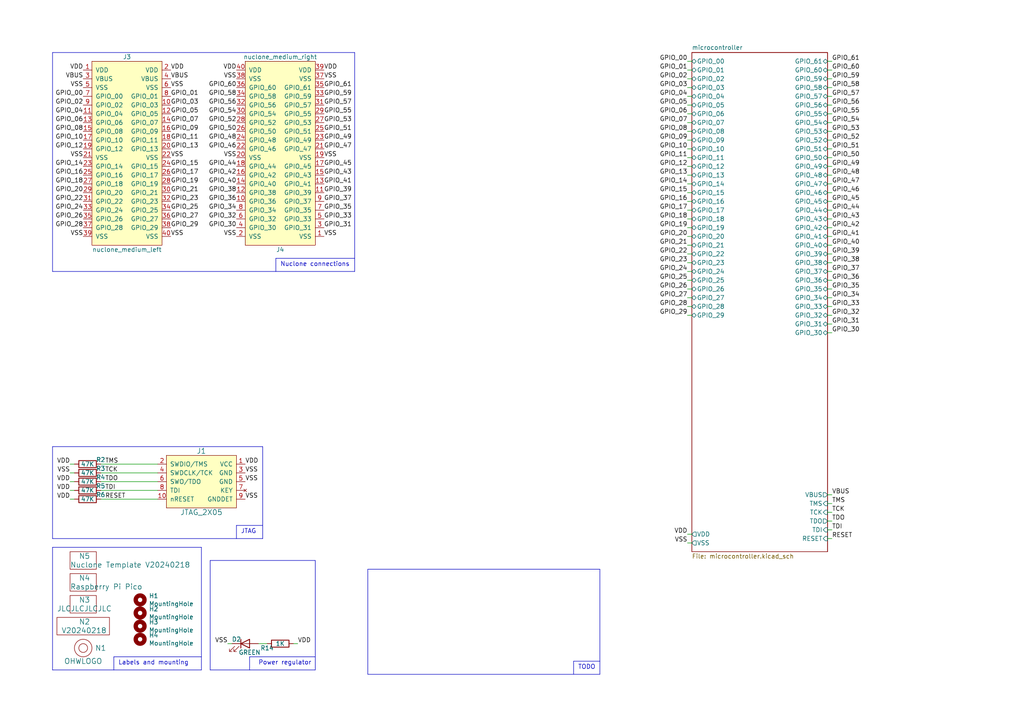
<source format=kicad_sch>
(kicad_sch (version 20230121) (generator eeschema)
  (paper "A4")
  (lib_symbols
    (symbol "Device:LED" (pin_numbers hide) (pin_names (offset 1.016) hide)
      (property "Reference" "D" (at 0 2.54 0))
      (property "Value" "LED" (at 0 -2.54 0))
      (symbol "LED_0_1"
        (polyline (pts (xy -1.27 -1.27) (xy -1.27 1.27)) (stroke (width 0.254)))
        (polyline (pts (xy -1.27 0) (xy 1.27 0)))
        (polyline (pts (xy 1.27 -1.27) (xy 1.27 1.27) (xy -1.27 0) (xy 1.27 -1.27)) (stroke (width 0.254)))
        (polyline (pts (xy -3.048 -0.762) (xy -4.572 -2.286) (xy -3.81 -2.286) (xy -4.572 -2.286) (xy -4.572 -1.524)))
        (polyline (pts (xy -1.778 -0.762) (xy -3.302 -2.286) (xy -2.54 -2.286) (xy -3.302 -2.286) (xy -3.302 -1.524)))
      )
      (symbol "LED_1_1"
        (pin passive line (at -3.81 0 0) (length 2.54) (name "K") (number "1"))
        (pin passive line (at 3.81 0 180) (length 2.54) (name "A") (number "2"))
      )
    )
    (symbol "Device:R" (pin_numbers hide) (pin_names (offset 0))
      (property "Reference" "R" (at 2.032 0 90))
      (property "Value" "R" (at 0 0 90))
      (symbol "R_0_1"
        (rectangle (start -1.016 -2.54) (end 1.016 2.54) (stroke (width 0.254)))
      )
      (symbol "R_1_1"
        (pin passive line (at 0 3.81 270) (length 1.27) (name "~") (number "1"))
        (pin passive line (at 0 -3.81 90) (length 1.27) (name "~") (number "2"))
      )
    )
    (symbol "Mechanical:MountingHole" (pin_names (offset 1.016))
      (property "Reference" "H" (at 0 5.08 0))
      (property "Value" "MountingHole" (at 0 3.175 0))
      (symbol "MountingHole_0_1"
        (circle (center 0 0) (radius 1.27) (stroke (width 1.27)))
      )
    )
    (symbol "SquantorConnectorsNamed:JTAG_2X05_IN" (pin_names (offset 1.016))
      (property "Reference" "J" (at 0 8.89 0))
      (property "Value" "JTAG_2X05_IN" (at 0 -8.89 0))
      (symbol "JTAG_2X05_IN_0_1"
        (rectangle (start -10.16 7.62) (end 10.16 -7.62) (fill (type background)))
      )
      (symbol "JTAG_2X05_IN_1_1"
        (pin power_in line (at 12.7 5.08 180) (length 2.54) (name "VCC") (number "1"))
        (pin open_collector line (at -12.7 -5.08 0) (length 2.54) (name "nRESET") (number "10"))
        (pin bidirectional line (at -12.7 5.08 0) (length 2.54) (name "SWDIO/TMS") (number "2"))
        (pin power_in line (at 12.7 2.54 180) (length 2.54) (name "GND") (number "3"))
        (pin output line (at -12.7 2.54 0) (length 2.54) (name "SWDCLK/TCK") (number "4"))
        (pin power_in line (at 12.7 0 180) (length 2.54) (name "GND") (number "5"))
        (pin output line (at -12.7 0 0) (length 2.54) (name "SWO/TDO") (number "6"))
        (pin no_connect line (at 12.7 -2.54 180) (length 2.54) (name "KEY") (number "7"))
        (pin input line (at -12.7 -2.54 0) (length 2.54) (name "TDI") (number "8"))
        (pin power_in line (at 12.7 -5.08 180) (length 2.54) (name "GNDDET") (number "9"))
      )
    )
    (symbol "SquantorConnectorsNamed:nuclone_medium_left" (pin_names (offset 1.016))
      (property "Reference" "J" (at 0 27.94 0))
      (property "Value" "nuclone_medium_left" (at 0 -27.94 0))
      (symbol "nuclone_medium_left_0_1"
        (rectangle (start -10.16 26.67) (end 10.16 -26.67) (fill (type background)))
      )
      (symbol "nuclone_medium_left_1_1"
        (pin power_in line (at -12.7 24.13 0) (length 2.54) (name "VDD") (number "1"))
        (pin bidirectional line (at 12.7 13.97 180) (length 2.54) (name "GPIO_03") (number "10"))
        (pin bidirectional line (at -12.7 11.43 0) (length 2.54) (name "GPIO_04") (number "11"))
        (pin bidirectional line (at 12.7 11.43 180) (length 2.54) (name "GPIO_05") (number "12"))
        (pin bidirectional line (at -12.7 8.89 0) (length 2.54) (name "GPIO_06") (number "13"))
        (pin bidirectional line (at 12.7 8.89 180) (length 2.54) (name "GPIO_07") (number "14"))
        (pin bidirectional line (at -12.7 6.35 0) (length 2.54) (name "GPIO_08") (number "15"))
        (pin bidirectional line (at 12.7 6.35 180) (length 2.54) (name "GPIO_09") (number "16"))
        (pin bidirectional line (at -12.7 3.81 0) (length 2.54) (name "GPIO_10") (number "17"))
        (pin bidirectional line (at 12.7 3.81 180) (length 2.54) (name "GPIO_11") (number "18"))
        (pin bidirectional line (at -12.7 1.27 0) (length 2.54) (name "GPIO_12") (number "19"))
        (pin power_in line (at 12.7 24.13 180) (length 2.54) (name "VDD") (number "2"))
        (pin bidirectional line (at 12.7 1.27 180) (length 2.54) (name "GPIO_13") (number "20"))
        (pin power_in line (at -12.7 -1.27 0) (length 2.54) (name "VSS") (number "21"))
        (pin power_in line (at 12.7 -1.27 180) (length 2.54) (name "VSS") (number "22"))
        (pin bidirectional line (at -12.7 -3.81 0) (length 2.54) (name "GPIO_14") (number "23"))
        (pin bidirectional line (at 12.7 -3.81 180) (length 2.54) (name "GPIO_15") (number "24"))
        (pin bidirectional line (at -12.7 -6.35 0) (length 2.54) (name "GPIO_16") (number "25"))
        (pin bidirectional line (at 12.7 -6.35 180) (length 2.54) (name "GPIO_17") (number "26"))
        (pin bidirectional line (at -12.7 -8.89 0) (length 2.54) (name "GPIO_18") (number "27"))
        (pin bidirectional line (at 12.7 -8.89 180) (length 2.54) (name "GPIO_19") (number "28"))
        (pin bidirectional line (at -12.7 -11.43 0) (length 2.54) (name "GPIO_20") (number "29"))
        (pin power_in line (at -12.7 21.59 0) (length 2.54) (name "VBUS") (number "3"))
        (pin bidirectional line (at 12.7 -11.43 180) (length 2.54) (name "GPIO_21") (number "30"))
        (pin bidirectional line (at -12.7 -13.97 0) (length 2.54) (name "GPIO_22") (number "31"))
        (pin bidirectional line (at 12.7 -13.97 180) (length 2.54) (name "GPIO_23") (number "32"))
        (pin bidirectional line (at -12.7 -16.51 0) (length 2.54) (name "GPIO_24") (number "33"))
        (pin bidirectional line (at 12.7 -16.51 180) (length 2.54) (name "GPIO_25") (number "34"))
        (pin bidirectional line (at -12.7 -19.05 0) (length 2.54) (name "GPIO_26") (number "35"))
        (pin bidirectional line (at 12.7 -19.05 180) (length 2.54) (name "GPIO_27") (number "36"))
        (pin bidirectional line (at -12.7 -21.59 0) (length 2.54) (name "GPIO_28") (number "37"))
        (pin bidirectional line (at 12.7 -21.59 180) (length 2.54) (name "GPIO_29") (number "38"))
        (pin power_in line (at -12.7 -24.13 0) (length 2.54) (name "VSS") (number "39"))
        (pin power_in line (at 12.7 21.59 180) (length 2.54) (name "VBUS") (number "4"))
        (pin power_in line (at 12.7 -24.13 180) (length 2.54) (name "VSS") (number "40"))
        (pin power_in line (at -12.7 19.05 0) (length 2.54) (name "VSS") (number "5"))
        (pin power_in line (at 12.7 19.05 180) (length 2.54) (name "VSS") (number "6"))
        (pin bidirectional line (at -12.7 16.51 0) (length 2.54) (name "GPIO_00") (number "7"))
        (pin bidirectional line (at 12.7 16.51 180) (length 2.54) (name "GPIO_01") (number "8"))
        (pin bidirectional line (at -12.7 13.97 0) (length 2.54) (name "GPIO_02") (number "9"))
      )
    )
    (symbol "SquantorConnectorsNamed:nuclone_medium_right" (pin_names (offset 1.016))
      (property "Reference" "J" (at 0 27.94 0))
      (property "Value" "nuclone_medium_right" (at 0 -27.94 0))
      (symbol "nuclone_medium_right_0_1"
        (rectangle (start 10.16 -26.67) (end -10.16 26.67) (fill (type background)))
      )
      (symbol "nuclone_medium_right_1_1"
        (pin power_in line (at 12.7 -24.13 180) (length 2.54) (name "VSS") (number "1"))
        (pin bidirectional line (at -12.7 -13.97 0) (length 2.54) (name "GPIO_36") (number "10"))
        (pin bidirectional line (at 12.7 -11.43 180) (length 2.54) (name "GPIO_39") (number "11"))
        (pin bidirectional line (at -12.7 -11.43 0) (length 2.54) (name "GPIO_38") (number "12"))
        (pin bidirectional line (at 12.7 -8.89 180) (length 2.54) (name "GPIO_41") (number "13"))
        (pin bidirectional line (at -12.7 -8.89 0) (length 2.54) (name "GPIO_40") (number "14"))
        (pin bidirectional line (at 12.7 -6.35 180) (length 2.54) (name "GPIO_43") (number "15"))
        (pin bidirectional line (at -12.7 -6.35 0) (length 2.54) (name "GPIO_42") (number "16"))
        (pin bidirectional line (at 12.7 -3.81 180) (length 2.54) (name "GPIO_45") (number "17"))
        (pin bidirectional line (at -12.7 -3.81 0) (length 2.54) (name "GPIO_44") (number "18"))
        (pin power_in line (at 12.7 -1.27 180) (length 2.54) (name "VSS") (number "19"))
        (pin power_in line (at -12.7 -24.13 0) (length 2.54) (name "VSS") (number "2"))
        (pin power_in line (at -12.7 -1.27 0) (length 2.54) (name "VSS") (number "20"))
        (pin bidirectional line (at 12.7 1.27 180) (length 2.54) (name "GPIO_47") (number "21"))
        (pin bidirectional line (at -12.7 1.27 0) (length 2.54) (name "GPIO_46") (number "22"))
        (pin bidirectional line (at 12.7 3.81 180) (length 2.54) (name "GPIO_49") (number "23"))
        (pin bidirectional line (at -12.7 3.81 0) (length 2.54) (name "GPIO_48") (number "24"))
        (pin bidirectional line (at 12.7 6.35 180) (length 2.54) (name "GPIO_51") (number "25"))
        (pin bidirectional line (at -12.7 6.35 0) (length 2.54) (name "GPIO_50") (number "26"))
        (pin bidirectional line (at 12.7 8.89 180) (length 2.54) (name "GPIO_53") (number "27"))
        (pin bidirectional line (at -12.7 8.89 0) (length 2.54) (name "GPIO_52") (number "28"))
        (pin bidirectional line (at 12.7 11.43 180) (length 2.54) (name "GPIO_55") (number "29"))
        (pin bidirectional line (at 12.7 -21.59 180) (length 2.54) (name "GPIO_31") (number "3"))
        (pin bidirectional line (at -12.7 11.43 0) (length 2.54) (name "GPIO_54") (number "30"))
        (pin bidirectional line (at 12.7 13.97 180) (length 2.54) (name "GPIO_57") (number "31"))
        (pin bidirectional line (at -12.7 13.97 0) (length 2.54) (name "GPIO_56") (number "32"))
        (pin bidirectional line (at 12.7 16.51 180) (length 2.54) (name "GPIO_59") (number "33"))
        (pin bidirectional line (at -12.7 16.51 0) (length 2.54) (name "GPIO_58") (number "34"))
        (pin bidirectional line (at 12.7 19.05 180) (length 2.54) (name "GPIO_61") (number "35"))
        (pin bidirectional line (at -12.7 19.05 0) (length 2.54) (name "GPIO_60") (number "36"))
        (pin power_in line (at 12.7 21.59 180) (length 2.54) (name "VSS") (number "37"))
        (pin power_in line (at -12.7 21.59 0) (length 2.54) (name "VSS") (number "38"))
        (pin power_in line (at 12.7 24.13 180) (length 2.54) (name "VDD") (number "39"))
        (pin bidirectional line (at -12.7 -21.59 0) (length 2.54) (name "GPIO_30") (number "4"))
        (pin power_in line (at -12.7 24.13 0) (length 2.54) (name "VDD") (number "40"))
        (pin bidirectional line (at 12.7 -19.05 180) (length 2.54) (name "GPIO_33") (number "5"))
        (pin bidirectional line (at -12.7 -19.05 0) (length 2.54) (name "GPIO_32") (number "6"))
        (pin bidirectional line (at 12.7 -16.51 180) (length 2.54) (name "GPIO_35") (number "7"))
        (pin bidirectional line (at -12.7 -16.51 0) (length 2.54) (name "GPIO_34") (number "8"))
        (pin bidirectional line (at 12.7 -13.97 180) (length 2.54) (name "GPIO_37") (number "9"))
      )
    )
    (symbol "SquantorLabels:Label" (pin_names (offset 1.016))
      (property "Reference" "N" (at 0 1.27 0))
      (property "Value" "Label" (at 0 -1.27 0))
      (symbol "Label_0_1"
        (rectangle (start -3.81 2.54) (end 3.81 -2.54))
      )
    )
    (symbol "SquantorLabels:OHWLOGO" (pin_names (offset 1.016))
      (property "Reference" "N" (at 0 3.81 0))
      (property "Value" "OHWLOGO" (at 0 -3.81 0))
      (symbol "OHWLOGO_0_1"
        (circle (center 0 0) (radius 1.27))
        (circle (center 0 0) (radius 2.54))
      )
    )
    (symbol "SquantorLabels:VYYYYMMDD" (pin_names (offset 1.016))
      (property "Reference" "N" (at 0 2.54 0))
      (property "Value" "VYYYYMMDD" (at 0 0 0))
      (symbol "VYYYYMMDD_0_1"
        (rectangle (start 7.62 -1.27) (end -7.62 3.81))
      )
    )
  )
  (wire (pts (xy 199.39 33.02) (xy 200.66 33.02)))
  (wire (pts (xy 200.66 40.64) (xy 199.39 40.64)))
  (wire (pts (xy 199.39 43.18) (xy 200.66 43.18)))
  (wire (pts (xy 240.03 78.74) (xy 241.3 78.74)))
  (wire (pts (xy 240.03 25.4) (xy 241.3 25.4)))
  (wire (pts (xy 240.03 35.56) (xy 241.3 35.56)))
  (wire (pts (xy 199.39 22.86) (xy 200.66 22.86)))
  (wire (pts (xy 240.03 143.51) (xy 241.3 143.51)))
  (wire (pts (xy 21.59 142.24) (xy 20.32 142.24)))
  (wire (pts (xy 200.66 71.12) (xy 199.39 71.12)))
  (wire (pts (xy 200.66 86.36) (xy 199.39 86.36)))
  (polyline (pts (xy 15.24 15.24) (xy 15.24 78.74)))
  (polyline (pts (xy 102.87 78.74) (xy 102.87 15.24)))
  (wire (pts (xy 241.3 38.1) (xy 240.03 38.1)))
  (wire (pts (xy 199.39 78.74) (xy 200.66 78.74)))
  (wire (pts (xy 199.39 154.94) (xy 200.66 154.94)))
  (wire (pts (xy 199.39 58.42) (xy 200.66 58.42)))
  (wire (pts (xy 199.39 73.66) (xy 200.66 73.66)))
  (wire (pts (xy 240.03 66.04) (xy 241.3 66.04)))
  (wire (pts (xy 240.03 40.64) (xy 241.3 40.64)))
  (polyline (pts (xy 15.24 158.75) (xy 15.24 194.31)))
  (wire (pts (xy 29.21 144.78) (xy 45.72 144.78)))
  (wire (pts (xy 200.66 35.56) (xy 199.39 35.56)))
  (wire (pts (xy 241.3 58.42) (xy 240.03 58.42)))
  (wire (pts (xy 200.66 60.96) (xy 199.39 60.96)))
  (wire (pts (xy 20.32 134.62) (xy 21.59 134.62)))
  (polyline (pts (xy 33.02 190.5) (xy 33.02 194.31)))
  (wire (pts (xy 86.36 186.69) (xy 85.09 186.69)))
  (wire (pts (xy 199.39 68.58) (xy 200.66 68.58)))
  (wire (pts (xy 29.21 134.62) (xy 45.72 134.62)))
  (wire (pts (xy 241.3 43.18) (xy 240.03 43.18)))
  (wire (pts (xy 200.66 45.72) (xy 199.39 45.72)))
  (wire (pts (xy 241.3 27.94) (xy 240.03 27.94)))
  (wire (pts (xy 200.66 157.48) (xy 199.39 157.48)))
  (wire (pts (xy 241.3 81.28) (xy 240.03 81.28)))
  (wire (pts (xy 200.66 91.44) (xy 199.39 91.44)))
  (wire (pts (xy 200.66 20.32) (xy 199.39 20.32)))
  (wire (pts (xy 241.3 96.52) (xy 240.03 96.52)))
  (polyline (pts (xy 80.01 74.93) (xy 80.01 78.74)))
  (wire (pts (xy 240.03 30.48) (xy 241.3 30.48)))
  (wire (pts (xy 77.47 186.69) (xy 74.93 186.69)))
  (wire (pts (xy 29.21 137.16) (xy 45.72 137.16)))
  (wire (pts (xy 199.39 83.82) (xy 200.66 83.82)))
  (wire (pts (xy 241.3 86.36) (xy 240.03 86.36)))
  (wire (pts (xy 21.59 137.16) (xy 20.32 137.16)))
  (wire (pts (xy 199.39 53.34) (xy 200.66 53.34)))
  (wire (pts (xy 200.66 50.8) (xy 199.39 50.8)))
  (polyline (pts (xy 91.44 194.31) (xy 91.44 162.56)))
  (wire (pts (xy 200.66 66.04) (xy 199.39 66.04)))
  (polyline (pts (xy 91.44 162.56) (xy 60.96 162.56)))
  (polyline (pts (xy 15.24 78.74) (xy 102.87 78.74)))
  (wire (pts (xy 29.21 139.7) (xy 45.72 139.7)))
  (polyline (pts (xy 91.44 190.5) (xy 72.39 190.5)))
  (wire (pts (xy 67.31 186.69) (xy 66.04 186.69)))
  (polyline (pts (xy 58.42 158.75) (xy 15.24 158.75)))
  (wire (pts (xy 241.3 33.02) (xy 240.03 33.02)))
  (wire (pts (xy 241.3 68.58) (xy 240.03 68.58)))
  (polyline (pts (xy 76.2 152.4) (xy 68.58 152.4)))
  (wire (pts (xy 241.3 91.44) (xy 240.03 91.44)))
  (wire (pts (xy 241.3 53.34) (xy 240.03 53.34)))
  (polyline (pts (xy 76.2 129.54) (xy 15.24 129.54)))
  (wire (pts (xy 240.03 83.82) (xy 241.3 83.82)))
  (wire (pts (xy 241.3 63.5) (xy 240.03 63.5)))
  (wire (pts (xy 240.03 60.96) (xy 241.3 60.96)))
  (wire (pts (xy 241.3 22.86) (xy 240.03 22.86)))
  (wire (pts (xy 240.03 76.2) (xy 241.3 76.2)))
  (wire (pts (xy 240.03 151.13) (xy 241.3 151.13)))
  (wire (pts (xy 200.66 25.4) (xy 199.39 25.4)))
  (polyline (pts (xy 102.87 74.93) (xy 80.01 74.93)))
  (wire (pts (xy 199.39 48.26) (xy 200.66 48.26)))
  (polyline (pts (xy 72.39 190.5) (xy 72.39 194.31)))
  (polyline (pts (xy 15.24 129.54) (xy 15.24 156.21)))
  (polyline (pts (xy 68.58 152.4) (xy 68.58 156.21)))
  (polyline (pts (xy 102.87 15.24) (xy 15.24 15.24)))
  (wire (pts (xy 200.66 55.88) (xy 199.39 55.88)))
  (wire (pts (xy 240.03 153.67) (xy 241.3 153.67)))
  (wire (pts (xy 29.21 142.24) (xy 45.72 142.24)))
  (polyline (pts (xy 166.37 195.58) (xy 166.37 191.77)))
  (polyline (pts (xy 106.68 165.1) (xy 173.99 165.1)))
  (wire (pts (xy 20.32 139.7) (xy 21.59 139.7)))
  (wire (pts (xy 240.03 55.88) (xy 241.3 55.88)))
  (wire (pts (xy 199.39 17.78) (xy 200.66 17.78)))
  (wire (pts (xy 200.66 30.48) (xy 199.39 30.48)))
  (wire (pts (xy 240.03 88.9) (xy 241.3 88.9)))
  (wire (pts (xy 199.39 88.9) (xy 200.66 88.9)))
  (wire (pts (xy 200.66 81.28) (xy 199.39 81.28)))
  (polyline (pts (xy 173.99 195.58) (xy 106.68 195.58)))
  (wire (pts (xy 200.66 76.2) (xy 199.39 76.2)))
  (wire (pts (xy 240.03 50.8) (xy 241.3 50.8)))
  (polyline (pts (xy 58.42 194.31) (xy 58.42 158.75)))
  (polyline (pts (xy 106.68 195.58) (xy 106.68 165.1)))
  (wire (pts (xy 240.03 156.21) (xy 241.3 156.21)))
  (wire (pts (xy 240.03 20.32) (xy 241.3 20.32)))
  (wire (pts (xy 240.03 146.05) (xy 241.3 146.05)))
  (polyline (pts (xy 58.42 190.5) (xy 33.02 190.5)))
  (wire (pts (xy 240.03 71.12) (xy 241.3 71.12)))
  (wire (pts (xy 240.03 45.72) (xy 241.3 45.72)))
  (polyline (pts (xy 15.24 156.21) (xy 76.2 156.21)))
  (polyline (pts (xy 60.96 194.31) (xy 91.44 194.31)))
  (wire (pts (xy 20.32 144.78) (xy 21.59 144.78)))
  (wire (pts (xy 199.39 38.1) (xy 200.66 38.1)))
  (wire (pts (xy 241.3 17.78) (xy 240.03 17.78)))
  (wire (pts (xy 240.03 148.59) (xy 241.3 148.59)))
  (polyline (pts (xy 76.2 156.21) (xy 76.2 129.54)))
  (wire (pts (xy 240.03 93.98) (xy 241.3 93.98)))
  (wire (pts (xy 241.3 48.26) (xy 240.03 48.26)))
  (wire (pts (xy 199.39 63.5) (xy 200.66 63.5)))
  (wire (pts (xy 241.3 73.66) (xy 240.03 73.66)))
  (wire (pts (xy 199.39 27.94) (xy 200.66 27.94)))
  (polyline (pts (xy 15.24 194.31) (xy 58.42 194.31)))
  (polyline (pts (xy 173.99 165.1) (xy 173.99 195.58)))
  (polyline (pts (xy 60.96 162.56) (xy 60.96 194.31)))
  (polyline (pts (xy 166.37 191.77) (xy 173.99 191.77)))
  (text "Labels and mounting" (at 34.29 193.04 0) (effects (font (size 1.27 1.27)) (justify left bottom)))
  (text "TODO" (at 167.64 194.31 0) (effects (font (size 1.27 1.27)) (justify left bottom)))
  (text "Power regulator" (at 74.93 193.04 0) (effects (font (size 1.27 1.27)) (justify left bottom)))
  (text "Nuclone connections" (at 81.28 77.47 0) (effects (font (size 1.27 1.27)) (justify left bottom)))
  (text "JTAG" (at 69.85 154.94 0) (effects (font (size 1.27 1.27)) (justify left bottom)))
  (label "GPIO_07" (at 199.39 35.56 180))
  (label "VSS" (at 66.04 186.69 180))
  (label "GPIO_02" (at 199.39 22.86 180))
  (label "VDD" (at 71.12 134.62 0))
  (label "GPIO_54" (at 241.3 35.56 0))
  (label "VDD" (at 24.13 20.32 180))
  (label "GPIO_30" (at 68.58 66.04 180))
  (label "GPIO_29" (at 199.39 91.44 180))
  (label "VBUS" (at 241.3 143.51 0))
  (label "VSS" (at 199.39 157.48 180))
  (label "GPIO_14" (at 199.39 53.34 180))
  (label "GPIO_17" (at 199.39 60.96 180))
  (label "GPIO_00" (at 24.13 27.94 180))
  (label "GPIO_20" (at 199.39 68.58 180))
  (label "GPIO_08" (at 24.13 38.1 180))
  (label "GPIO_19" (at 49.53 53.34 0))
  (label "GPIO_03" (at 49.53 30.48 0))
  (label "GPIO_18" (at 24.13 53.34 180))
  (label "GPIO_48" (at 68.58 40.64 180))
  (label "GPIO_38" (at 68.58 55.88 180))
  (label "GPIO_12" (at 24.13 43.18 180))
  (label "GPIO_59" (at 241.3 22.86 0))
  (label "GPIO_56" (at 241.3 30.48 0))
  (label "VDD" (at 20.32 139.7 180))
  (label "GPIO_48" (at 241.3 50.8 0))
  (label "GPIO_35" (at 241.3 83.82 0))
  (label "GPIO_45" (at 93.98 48.26 0))
  (label "GPIO_27" (at 49.53 63.5 0))
  (label "GPIO_39" (at 241.3 73.66 0))
  (label "VBUS" (at 49.53 22.86 0))
  (label "GPIO_44" (at 241.3 60.96 0))
  (label "GPIO_10" (at 24.13 40.64 180))
  (label "TDO" (at 30.48 139.7 0))
  (label "GPIO_19" (at 199.39 66.04 180))
  (label "GPIO_26" (at 199.39 83.82 180))
  (label "GPIO_36" (at 241.3 81.28 0))
  (label "GPIO_60" (at 241.3 20.32 0))
  (label "GPIO_43" (at 241.3 63.5 0))
  (label "GPIO_14" (at 24.13 48.26 180))
  (label "GPIO_30" (at 241.3 96.52 0))
  (label "GPIO_34" (at 241.3 86.36 0))
  (label "GPIO_25" (at 199.39 81.28 180))
  (label "GPIO_13" (at 49.53 43.18 0))
  (label "GPIO_55" (at 241.3 33.02 0))
  (label "VDD" (at 86.36 186.69 0))
  (label "VSS" (at 68.58 68.58 180))
  (label "VSS" (at 49.53 45.72 0))
  (label "VSS" (at 71.12 137.16 0))
  (label "GPIO_18" (at 199.39 63.5 180))
  (label "VSS" (at 24.13 68.58 180))
  (label "GPIO_15" (at 49.53 48.26 0))
  (label "GPIO_20" (at 24.13 55.88 180))
  (label "GPIO_32" (at 241.3 91.44 0))
  (label "GPIO_02" (at 24.13 30.48 180))
  (label "GPIO_21" (at 199.39 71.12 180))
  (label "TDI" (at 241.3 153.67 0))
  (label "GPIO_11" (at 49.53 40.64 0))
  (label "VDD" (at 68.58 20.32 180))
  (label "GPIO_33" (at 93.98 63.5 0))
  (label "GPIO_06" (at 24.13 35.56 180))
  (label "VDD" (at 199.39 154.94 180))
  (label "VSS" (at 68.58 22.86 180))
  (label "GPIO_04" (at 24.13 33.02 180))
  (label "GPIO_51" (at 241.3 43.18 0))
  (label "GPIO_50" (at 68.58 38.1 180))
  (label "GPIO_49" (at 93.98 40.64 0))
  (label "GPIO_57" (at 93.98 30.48 0))
  (label "GPIO_08" (at 199.39 38.1 180))
  (label "GPIO_45" (at 241.3 58.42 0))
  (label "GPIO_23" (at 199.39 76.2 180))
  (label "VDD" (at 20.32 144.78 180))
  (label "GPIO_24" (at 199.39 78.74 180))
  (label "TDI" (at 30.48 142.24 0))
  (label "GPIO_13" (at 199.39 50.8 180))
  (label "GPIO_32" (at 68.58 63.5 180))
  (label "TCK" (at 241.3 148.59 0))
  (label "VSS" (at 24.13 25.4 180))
  (label "VSS" (at 20.32 137.16 180))
  (label "GPIO_47" (at 241.3 53.34 0))
  (label "GPIO_41" (at 93.98 53.34 0))
  (label "GPIO_28" (at 199.39 88.9 180))
  (label "GPIO_39" (at 93.98 55.88 0))
  (label "GPIO_37" (at 93.98 58.42 0))
  (label "GPIO_52" (at 241.3 40.64 0))
  (label "GPIO_00" (at 199.39 17.78 180))
  (label "GPIO_05" (at 199.39 30.48 180))
  (label "GPIO_41" (at 241.3 68.58 0))
  (label "GPIO_11" (at 199.39 45.72 180))
  (label "GPIO_52" (at 68.58 35.56 180))
  (label "GPIO_43" (at 93.98 50.8 0))
  (label "GPIO_09" (at 199.39 40.64 180))
  (label "TMS" (at 241.3 146.05 0))
  (label "GPIO_50" (at 241.3 45.72 0))
  (label "GPIO_61" (at 241.3 17.78 0))
  (label "GPIO_15" (at 199.39 55.88 180))
  (label "VSS" (at 71.12 144.78 0))
  (label "VDD" (at 20.32 134.62 180))
  (label "GPIO_10" (at 199.39 43.18 180))
  (label "GPIO_60" (at 68.58 25.4 180))
  (label "VSS" (at 49.53 25.4 0))
  (label "GPIO_42" (at 68.58 50.8 180))
  (label "GPIO_34" (at 68.58 60.96 180))
  (label "GPIO_49" (at 241.3 48.26 0))
  (label "GPIO_01" (at 199.39 20.32 180))
  (label "TDO" (at 241.3 151.13 0))
  (label "VSS" (at 93.98 45.72 0))
  (label "GPIO_28" (at 24.13 66.04 180))
  (label "GPIO_09" (at 49.53 38.1 0))
  (label "VDD" (at 49.53 20.32 0))
  (label "GPIO_57" (at 241.3 27.94 0))
  (label "GPIO_16" (at 24.13 50.8 180))
  (label "GPIO_12" (at 199.39 48.26 180))
  (label "GPIO_44" (at 68.58 48.26 180))
  (label "GPIO_17" (at 49.53 50.8 0))
  (label "GPIO_26" (at 24.13 63.5 180))
  (label "VSS" (at 93.98 68.58 0))
  (label "GPIO_37" (at 241.3 78.74 0))
  (label "GPIO_46" (at 68.58 43.18 180))
  (label "GPIO_31" (at 241.3 93.98 0))
  (label "GPIO_56" (at 68.58 30.48 180))
  (label "VSS" (at 49.53 68.58 0))
  (label "GPIO_46" (at 241.3 55.88 0))
  (label "GPIO_22" (at 24.13 58.42 180))
  (label "GPIO_05" (at 49.53 33.02 0))
  (label "GPIO_33" (at 241.3 88.9 0))
  (label "GPIO_22" (at 199.39 73.66 180))
  (label "TCK" (at 30.48 137.16 0))
  (label "GPIO_40" (at 241.3 71.12 0))
  (label "TMS" (at 30.48 134.62 0))
  (label "GPIO_36" (at 68.58 58.42 180))
  (label "GPIO_29" (at 49.53 66.04 0))
  (label "VDD" (at 93.98 20.32 0))
  (label "VSS" (at 24.13 45.72 180))
  (label "GPIO_24" (at 24.13 60.96 180))
  (label "GPIO_16" (at 199.39 58.42 180))
  (label "GPIO_47" (at 93.98 43.18 0))
  (label "GPIO_01" (at 49.53 27.94 0))
  (label "GPIO_25" (at 49.53 60.96 0))
  (label "GPIO_03" (at 199.39 25.4 180))
  (label "VBUS" (at 24.13 22.86 180))
  (label "RESET" (at 30.48 144.78 0))
  (label "GPIO_31" (at 93.98 66.04 0))
  (label "GPIO_53" (at 93.98 35.56 0))
  (label "VDD" (at 20.32 142.24 180))
  (label "VSS" (at 93.98 22.86 0))
  (label "GPIO_23" (at 49.53 58.42 0))
  (label "GPIO_51" (at 93.98 38.1 0))
  (label "GPIO_07" (at 49.53 35.56 0))
  (label "GPIO_40" (at 68.58 53.34 180))
  (label "GPIO_06" (at 199.39 33.02 180))
  (label "GPIO_54" (at 68.58 33.02 180))
  (label "GPIO_27" (at 199.39 86.36 180))
  (label "GPIO_04" (at 199.39 27.94 180))
  (label "GPIO_58" (at 68.58 27.94 180))
  (label "VSS" (at 71.12 139.7 0))
  (label "GPIO_42" (at 241.3 66.04 0))
  (label "GPIO_35" (at 93.98 60.96 0))
  (label "VSS" (at 68.58 45.72 180))
  (label "RESET" (at 241.3 156.21 0))
  (label "GPIO_61" (at 93.98 25.4 0))
  (label "GPIO_58" (at 241.3 25.4 0))
  (label "GPIO_55" (at 93.98 33.02 0))
  (label "GPIO_38" (at 241.3 76.2 0))
  (label "GPIO_59" (at 93.98 27.94 0))
  (label "GPIO_21" (at 49.53 55.88 0))
  (label "GPIO_53" (at 241.3 38.1 0))
  (symbol (lib_id "SquantorLabels:OHWLOGO") (at 24.13 187.96 0) (unit 1)
    (property "Reference" "N1" (at 29.21 187.96 0) (effects (font (size 1.524 1.524))))
    (property "Value" "OHWLOGO" (at 24.13 191.77 0) (effects (font (size 1.524 1.524))))
    (property "Footprint" "Symbol:OSHW-Symbol_6.7x6mm_SilkScreen" (effects hide))
  )
  (symbol (lib_id "SquantorConnectorsNamed:JTAG_2X05_IN") (at 58.42 139.7 0) (unit 1)
    (property "Reference" "J1" (at 58.42 130.81 0) (effects (font (size 1.524 1.524))))
    (property "Value" "JTAG_2X05" (at 58.42 148.59 0) (effects (font (size 1.524 1.524))))
    (property "Footprint" "SquantorConnectors:Header-0127-2X05-H006" (effects hide))
  )
  (symbol (lib_id "Mechanical:MountingHole") (at 40.64 185.42 0) (unit 1)
    (property "Reference" "H4" (at 43.18 184.2516 0) (effects (justify left)))
    (property "Value" "MountingHole" (at 43.18 186.563 0) (effects (justify left)))
    (property "Footprint" "SquantorPcbOutline:MountingHole_3.2mm_M3_Pad_Via" (effects hide))
  )
  (symbol (lib_id "Mechanical:MountingHole") (at 40.64 181.61 0) (unit 1)
    (property "Reference" "H3" (at 43.18 180.4416 0) (effects (justify left)))
    (property "Value" "MountingHole" (at 43.18 182.753 0) (effects (justify left)))
    (property "Footprint" "SquantorPcbOutline:MountingHole_3.2mm_M3_Pad_Via" (effects hide))
  )
  (symbol (lib_id "Mechanical:MountingHole") (at 40.64 177.8 0) (unit 1)
    (property "Reference" "H2" (at 43.18 176.6316 0) (effects (justify left)))
    (property "Value" "MountingHole" (at 43.18 178.943 0) (effects (justify left)))
    (property "Footprint" "SquantorPcbOutline:MountingHole_3.2mm_M3_Pad_Via" (effects hide))
  )
  (symbol (lib_id "Mechanical:MountingHole") (at 40.64 173.99 0) (unit 1)
    (property "Reference" "H1" (at 43.18 172.8216 0) (effects (justify left)))
    (property "Value" "MountingHole" (at 43.18 175.133 0) (effects (justify left)))
    (property "Footprint" "SquantorPcbOutline:MountingHole_3.2mm_M3_Pad_Via" (effects hide))
  )
  (symbol (lib_id "SquantorLabels:VYYYYMMDD") (at 24.13 182.88 0) (unit 1)
    (property "Reference" "N2" (at 22.86 180.34 0) (effects (font (size 1.524 1.524)) (justify left)))
    (property "Value" "V20240218" (at 17.78 182.88 0) (effects (font (size 1.524 1.524)) (justify left)))
    (property "Footprint" "SquantorLabels:Label_Generic" (effects hide))
  )
  (symbol (lib_id "SquantorConnectorsNamed:nuclone_medium_left") (at 36.83 44.45 0) (unit 1)
    (property "Reference" "J3" (at 36.83 16.51 0))
    (property "Value" "nuclone_medium_left" (at 36.83 72.39 0))
    (property "Footprint" "SquantorConnectorsNamed:nuclone_medium_left_stacked" (effects hide))
  )
  (symbol (lib_id "SquantorConnectorsNamed:nuclone_medium_right") (at 81.28 44.45 0) (unit 1)
    (property "Reference" "J4" (at 81.28 72.39 0))
    (property "Value" "nuclone_medium_right" (at 81.28 16.51 0))
    (property "Footprint" "SquantorConnectorsNamed:nuclone_medium_right_stacked" (effects hide))
  )
  (symbol (lib_id "SquantorLabels:Label") (at 24.13 175.26 0) (unit 1)
    (property "Reference" "N3" (at 22.86 173.99 0) (effects (font (size 1.524 1.524)) (justify left)))
    (property "Value" "JLCJLCJLCJLC" (at 16.51 176.53 0) (effects (font (size 1.524 1.524)) (justify left)))
    (property "Footprint" "SquantorLabels:Label_Generic" (effects hide))
  )
  (symbol (lib_id "Device:R") (at 25.4 134.62 270) (unit 1)
    (property "Reference" "R2" (at 29.21 133.35 90))
    (property "Value" "47K" (at 25.4 134.62 90))
    (property "Footprint" "SquantorResistor:R_0603_hand" (effects hide))
  )
  (symbol (lib_id "Device:R") (at 25.4 137.16 270) (unit 1)
    (property "Reference" "R3" (at 29.21 135.89 90))
    (property "Value" "47K" (at 25.4 137.16 90))
    (property "Footprint" "SquantorResistor:R_0603_hand" (effects hide))
  )
  (symbol (lib_id "Device:R") (at 25.4 139.7 270) (unit 1)
    (property "Reference" "R4" (at 29.21 138.43 90))
    (property "Value" "47K" (at 25.4 139.7 90))
    (property "Footprint" "SquantorResistor:R_0603_hand" (effects hide))
  )
  (symbol (lib_id "Device:R") (at 25.4 142.24 270) (unit 1)
    (property "Reference" "R5" (at 29.21 140.97 90))
    (property "Value" "47K" (at 25.4 142.24 90))
    (property "Footprint" "SquantorResistor:R_0603_hand" (effects hide))
  )
  (symbol (lib_id "Device:R") (at 25.4 144.78 270) (unit 1)
    (property "Reference" "R6" (at 29.21 143.51 90))
    (property "Value" "47K" (at 25.4 144.78 90))
    (property "Footprint" "SquantorResistor:R_0603_hand" (effects hide))
  )
  (symbol (lib_id "SquantorLabels:Label") (at 24.13 168.91 0) (unit 1)
    (property "Reference" "N4" (at 22.86 167.64 0) (effects (font (size 1.524 1.524)) (justify left)))
    (property "Value" "Raspberry Pi Pico" (at 20.32 170.18 0) (effects (font (size 1.524 1.524)) (justify left)))
    (property "Footprint" "SquantorLabels:Label_Generic" (effects hide))
  )
  (symbol (lib_id "Device:R") (at 81.28 186.69 90) (unit 1)
    (property "Reference" "R14" (at 77.47 187.96 90))
    (property "Value" "1K" (at 81.28 186.69 90))
    (property "Footprint" "SquantorResistor:R_0603_hand" (effects hide))
  )
  (symbol (lib_id "Device:LED") (at 71.12 186.69 0) (unit 1)
    (property "Reference" "D2" (at 68.58 185.42 0))
    (property "Value" "GREEN" (at 72.39 189.23 0))
    (property "Footprint" "SquantorDiodes:LED_0603_hand" (effects hide))
  )
  (symbol (lib_id "SquantorLabels:Label") (at 24.13 162.56 0) (unit 1)
    (property "Reference" "N5" (at 22.86 161.29 0) (effects (font (size 1.524 1.524)) (justify left)))
    (property "Value" "Nuclone Template V20240218" (at 20.32 163.83 0) (effects (font (size 1.524 1.524)) (justify left)))
    (property "Footprint" "SquantorLabels:Label_Generic" (effects hide))
  )
  (sheet (at 200.66 15.24) (size 39.37 144.78)
    (property "Sheetname" "microcontroller" (at 200.66 14.5284 0) (effects (justify left bottom)))
    (property "Sheetfile" "microcontroller.kicad_sch" (at 200.66 160.6046 0) (effects (justify left top)))
    (pin "TMS" input (at 240.03 146.05 0))
    (pin "TCK" input (at 240.03 148.59 0))
    (pin "TDI" input (at 240.03 153.67 0))
    (pin "TDO" output (at 240.03 151.13 0))
    (pin "RESET" input (at 240.03 156.21 0))
    (pin "GPIO_00" bidirectional (at 200.66 17.78 180))
    (pin "GPIO_01" bidirectional (at 200.66 20.32 180))
    (pin "GPIO_02" bidirectional (at 200.66 22.86 180))
    (pin "GPIO_03" bidirectional (at 200.66 25.4 180))
    (pin "GPIO_04" bidirectional (at 200.66 27.94 180))
    (pin "GPIO_05" bidirectional (at 200.66 30.48 180))
    (pin "GPIO_06" bidirectional (at 200.66 33.02 180))
    (pin "GPIO_07" bidirectional (at 200.66 35.56 180))
    (pin "GPIO_08" bidirectional (at 200.66 38.1 180))
    (pin "GPIO_09" bidirectional (at 200.66 40.64 180))
    (pin "GPIO_10" bidirectional (at 200.66 43.18 180))
    (pin "GPIO_11" bidirectional (at 200.66 45.72 180))
    (pin "GPIO_12" bidirectional (at 200.66 48.26 180))
    (pin "GPIO_13" bidirectional (at 200.66 50.8 180))
    (pin "GPIO_14" bidirectional (at 200.66 53.34 180))
    (pin "GPIO_15" bidirectional (at 200.66 55.88 180))
    (pin "GPIO_16" bidirectional (at 200.66 58.42 180))
    (pin "GPIO_17" bidirectional (at 200.66 60.96 180))
    (pin "GPIO_18" bidirectional (at 200.66 63.5 180))
    (pin "GPIO_19" bidirectional (at 200.66 66.04 180))
    (pin "GPIO_20" bidirectional (at 200.66 68.58 180))
    (pin "GPIO_21" bidirectional (at 200.66 71.12 180))
    (pin "GPIO_22" bidirectional (at 200.66 73.66 180))
    (pin "GPIO_23" bidirectional (at 200.66 76.2 180))
    (pin "GPIO_24" bidirectional (at 200.66 78.74 180))
    (pin "GPIO_25" bidirectional (at 200.66 81.28 180))
    (pin "GPIO_26" bidirectional (at 200.66 83.82 180))
    (pin "GPIO_27" bidirectional (at 200.66 86.36 180))
    (pin "GPIO_28" bidirectional (at 200.66 88.9 180))
    (pin "GPIO_29" bidirectional (at 200.66 91.44 180))
    (pin "GPIO_30" bidirectional (at 240.03 96.52 0))
    (pin "GPIO_31" bidirectional (at 240.03 93.98 0))
    (pin "GPIO_32" bidirectional (at 240.03 91.44 0))
    (pin "GPIO_33" bidirectional (at 240.03 88.9 0))
    (pin "GPIO_34" bidirectional (at 240.03 86.36 0))
    (pin "GPIO_35" bidirectional (at 240.03 83.82 0))
    (pin "GPIO_36" bidirectional (at 240.03 81.28 0))
    (pin "GPIO_37" bidirectional (at 240.03 78.74 0))
    (pin "GPIO_38" bidirectional (at 240.03 76.2 0))
    (pin "GPIO_39" bidirectional (at 240.03 73.66 0))
    (pin "GPIO_40" bidirectional (at 240.03 71.12 0))
    (pin "GPIO_41" bidirectional (at 240.03 68.58 0))
    (pin "GPIO_42" bidirectional (at 240.03 66.04 0))
    (pin "GPIO_43" bidirectional (at 240.03 63.5 0))
    (pin "GPIO_44" bidirectional (at 240.03 60.96 0))
    (pin "GPIO_45" bidirectional (at 240.03 58.42 0))
    (pin "GPIO_46" bidirectional (at 240.03 55.88 0))
    (pin "GPIO_47" bidirectional (at 240.03 53.34 0))
    (pin "GPIO_48" bidirectional (at 240.03 50.8 0))
    (pin "GPIO_49" bidirectional (at 240.03 48.26 0))
    (pin "GPIO_50" bidirectional (at 240.03 45.72 0))
    (pin "GPIO_51" bidirectional (at 240.03 43.18 0))
    (pin "GPIO_52" bidirectional (at 240.03 40.64 0))
    (pin "GPIO_53" bidirectional (at 240.03 38.1 0))
    (pin "GPIO_54" bidirectional (at 240.03 35.56 0))
    (pin "GPIO_55" bidirectional (at 240.03 33.02 0))
    (pin "GPIO_56" bidirectional (at 240.03 30.48 0))
    (pin "GPIO_57" bidirectional (at 240.03 27.94 0))
    (pin "GPIO_58" bidirectional (at 240.03 25.4 0))
    (pin "GPIO_59" bidirectional (at 240.03 22.86 0))
    (pin "GPIO_60" bidirectional (at 240.03 20.32 0))
    (pin "GPIO_61" bidirectional (at 240.03 17.78 0))
    (pin "VBUS" output (at 240.03 143.51 0))
    (pin "VSS" output (at 200.66 157.48 180))
    (pin "VDD" output (at 200.66 154.94 180))
  )
)
</source>
